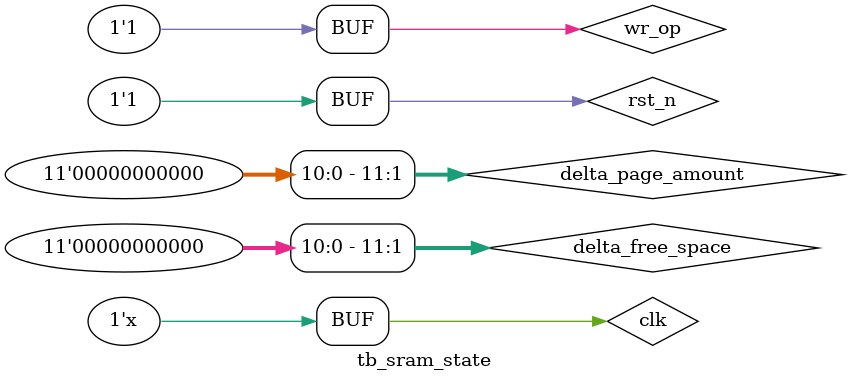
<source format=sv>
`timescale 1ns/1ns

module tb_sram_state();

reg clk;
reg rst_n;
 
    //ECC Storage
reg ecc_wr_en;
reg [10:0] ecc_wr_addr;
reg [7:0] ecc_din;

reg ecc_rd_en;
reg [10:0] ecc_rd_addr;
wire [7:0] ecc_dout;

reg jt_wr_en;
reg [10:0] jt_wr_addr;
reg [15:0] jt_din;

reg jt_rd_en;
reg [10:0] jt_rd_addr;
wire [15:0] jt_dout;

    //SRAM Operations
reg wr_or;
reg wr_op;
reg [11:0] delta_free_space;
reg [11:0] delta_page_amount;
reg [3:0] wr_port;
reg rd_op;
reg [3:0] rd_port;
reg [10:0] rd_addr;
reg [3:0] request_port;

wire [10:0] page_amount;

    //Null Pages
wire [10:0] null_ptr;
wire [10:0] free_space;

initial begin
    clk <= 1'b1;
    rst_n <= 1'b0;
    #40
    rst_n <= 1'b1;
    #16
    ecc_rd_en <= 1'b1;
    jt_rd_en <= 1'b1;
    wr_op <= 1'b1;
    delta_free_space <= $random;
    delta_page_amount <= $random;
    #400
    rd_op <= 1'b1;
end

always #2 clk =   ~clk;

always@(posedge clk or negedge rst_n)
    if(rst_n == 0) begin
        ecc_wr_en <= 0;
        ecc_wr_addr <= 0;
        ecc_din <= 0;
    end
    else if (ecc_wr_en == 0)begin
        ecc_wr_en <= 1;
    end
    else if (ecc_wr_en == 1)begin
        ecc_din <= ecc_din + 1;
        ecc_wr_addr <= ecc_wr_addr + 1;
    end

always@(posedge clk or negedge rst_n)
    if(rst_n == 0) begin
        jt_rd_en <= 0;
        jt_rd_addr <= 0;
    end
    else if(jt_rd_en == 1'b1)begin
        jt_rd_addr <= jt_rd_addr + 1;
    end
    
always@(posedge clk or negedge rst_n)
    if(rst_n == 0) begin
        jt_wr_en <= 0;
        jt_wr_addr <= 0;
        jt_din <= 0;
    end
    else if (jt_wr_en == 0)begin
        jt_wr_en <= 1;
    end
    else if (jt_wr_en == 1)begin
        jt_din <= jt_din + 1;
        jt_wr_addr <= jt_wr_addr + 1;
    end

always@(posedge clk or negedge rst_n)
    if(rst_n == 0) begin
        ecc_rd_en <= 0;
        ecc_rd_addr <= 0;
    end
    else if(ecc_rd_en == 1'b1)begin
        ecc_rd_addr <= ecc_rd_addr + 1;
    end

always@(posedge clk or negedge rst_n)
    if(rst_n == 0) begin
        wr_or <= 0;
        wr_port <= 0;
    end else if(wr_or == 0) begin
        wr_or <= 1;
    end else if(wr_op == 1) begin    
        wr_port <= wr_port + 1;
    end

always@(posedge clk or negedge rst_n)
    if(rst_n == 0) begin
        rd_op <= 0;
        rd_port <= 0;
        rd_addr <= 0;
    end else if(rd_op == 1)begin
        rd_port <= rd_port + 1;
        rd_addr <= rd_addr + 1;
    end
    
always@(posedge clk or negedge rst_n)
    if(rst_n == 0) begin
        request_port <= 0;
    end else begin
        request_port <= $random;
    end

sram_state  sram_state_inst
(
    .clk        (clk        )   ,
    .rst_n      (rst_n      )   ,

    .ecc_wr_en  (ecc_wr_en  )   ,
    .ecc_wr_addr(ecc_wr_addr)   ,
    .ecc_din    (ecc_din    )   ,
    .ecc_rd_en  (ecc_rd_en  )   ,
    .ecc_rd_addr(ecc_rd_addr)   ,
    .ecc_dout   (ecc_dout   )   ,
    
    .jt_wr_en  (jt_wr_en  )   ,
    .jt_wr_addr(jt_wr_addr)   ,
    .jt_din    (jt_din    )   ,
    .jt_rd_en  (jt_rd_en  )   ,
    .jt_rd_addr(jt_rd_addr)   ,
    .jt_dout   (jt_dout   )   ,
    
    .delta_free_space (delta_free_space)    ,

    .wr_or      (wr_or      )   ,
    .wr_op      (wr_op      )   ,
    
    .wr_port    (wr_port    )   ,
    .rd_addr    (rd_addr    )   ,
    .rd_op      (rd_op      )   ,
    .rd_port    (rd_port    )   ,

    .page_amount(page_amount)   ,
    .delta_page_amount (delta_page_amount) ,
    .request_port (request_port) ,

    .null_ptr   (null_ptr   )   ,
    .free_space (free_space )

);

endmodule
</source>
